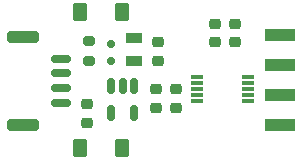
<source format=gbr>
%TF.GenerationSoftware,KiCad,Pcbnew,9.0.1+1*%
%TF.CreationDate,2025-10-11T18:38:16+00:00*%
%TF.ProjectId,TFI2CADC01,54464932-4341-4444-9330-312e6b696361,rev?*%
%TF.SameCoordinates,PX81b3200PY6b49d20*%
%TF.FileFunction,Paste,Top*%
%TF.FilePolarity,Positive*%
%FSLAX46Y46*%
G04 Gerber Fmt 4.6, Leading zero omitted, Abs format (unit mm)*
G04 Created by KiCad (PCBNEW 9.0.1+1) date 2025-10-11 18:38:16*
%MOMM*%
%LPD*%
G01*
G04 APERTURE LIST*
G04 Aperture macros list*
%AMRoundRect*
0 Rectangle with rounded corners*
0 $1 Rounding radius*
0 $2 $3 $4 $5 $6 $7 $8 $9 X,Y pos of 4 corners*
0 Add a 4 corners polygon primitive as box body*
4,1,4,$2,$3,$4,$5,$6,$7,$8,$9,$2,$3,0*
0 Add four circle primitives for the rounded corners*
1,1,$1+$1,$2,$3*
1,1,$1+$1,$4,$5*
1,1,$1+$1,$6,$7*
1,1,$1+$1,$8,$9*
0 Add four rect primitives between the rounded corners*
20,1,$1+$1,$2,$3,$4,$5,0*
20,1,$1+$1,$4,$5,$6,$7,0*
20,1,$1+$1,$6,$7,$8,$9,0*
20,1,$1+$1,$8,$9,$2,$3,0*%
G04 Aperture macros list end*
%ADD10RoundRect,0.150000X-0.150000X0.512500X-0.150000X-0.512500X0.150000X-0.512500X0.150000X0.512500X0*%
%ADD11RoundRect,0.218750X0.256250X-0.218750X0.256250X0.218750X-0.256250X0.218750X-0.256250X-0.218750X0*%
%ADD12RoundRect,0.218750X-0.256250X0.218750X-0.256250X-0.218750X0.256250X-0.218750X0.256250X0.218750X0*%
%ADD13R,1.397000X0.889000*%
%ADD14RoundRect,0.150000X-0.200000X0.150000X-0.200000X-0.150000X0.200000X-0.150000X0.200000X0.150000X0*%
%ADD15RoundRect,0.166667X0.458333X0.583333X-0.458333X0.583333X-0.458333X-0.583333X0.458333X-0.583333X0*%
%ADD16RoundRect,0.166667X-0.458333X-0.583333X0.458333X-0.583333X0.458333X0.583333X-0.458333X0.583333X0*%
%ADD17RoundRect,0.150000X-0.700000X0.150000X-0.700000X-0.150000X0.700000X-0.150000X0.700000X0.150000X0*%
%ADD18RoundRect,0.250000X-1.100000X0.250000X-1.100000X-0.250000X1.100000X-0.250000X1.100000X0.250000X0*%
%ADD19RoundRect,0.200000X0.275000X-0.200000X0.275000X0.200000X-0.275000X0.200000X-0.275000X-0.200000X0*%
%ADD20R,2.510000X1.000000*%
%ADD21R,1.100000X0.300000*%
G04 APERTURE END LIST*
D10*
%TO.C,U1*%
X11000000Y7050000D03*
X10050000Y7050000D03*
X9100000Y7050000D03*
X9100000Y4775000D03*
X11000000Y4775000D03*
%TD*%
D11*
%TO.C,C2*%
X13033000Y9167500D03*
X13033000Y10742500D03*
%TD*%
D12*
%TO.C,R3*%
X17860000Y12325000D03*
X17860000Y10750000D03*
%TD*%
D13*
%TO.C,C1*%
X11033000Y9172500D03*
X11033000Y11077500D03*
%TD*%
D14*
%TO.C,D2*%
X9063000Y9176500D03*
X9063000Y10576500D03*
%TD*%
D12*
%TO.C,C3*%
X12870000Y6785000D03*
X12870000Y5210000D03*
%TD*%
%TO.C,C4*%
X14545000Y6785000D03*
X14545000Y5210000D03*
%TD*%
D11*
%TO.C,R4*%
X7025000Y3950000D03*
X7025000Y5525000D03*
%TD*%
D15*
%TO.C,D3*%
X10025000Y1775000D03*
D16*
X6425000Y1775000D03*
%TD*%
D17*
%TO.C,J2*%
X4825000Y9375000D03*
X4825000Y8125000D03*
X4825000Y6875000D03*
X4825000Y5625000D03*
D18*
X1625000Y11225000D03*
X1625000Y3775000D03*
%TD*%
D12*
%TO.C,R2*%
X19590000Y12315000D03*
X19590000Y10740000D03*
%TD*%
D19*
%TO.C,R1*%
X7175000Y9180000D03*
X7175000Y10830000D03*
%TD*%
D20*
%TO.C,J1*%
X23400000Y11350000D03*
X23400000Y8810000D03*
X23400000Y6270000D03*
X23400000Y3730000D03*
%TD*%
D15*
%TO.C,D1*%
X10025000Y13275000D03*
D16*
X6425000Y13275000D03*
%TD*%
D21*
%TO.C,U2*%
X20645000Y5785000D03*
X20645000Y6285000D03*
X20645000Y6785000D03*
X20645000Y7285000D03*
X20645000Y7785000D03*
X16345000Y7785000D03*
X16345000Y7285000D03*
X16345000Y6785000D03*
X16345000Y6285000D03*
X16345000Y5785000D03*
%TD*%
M02*

</source>
